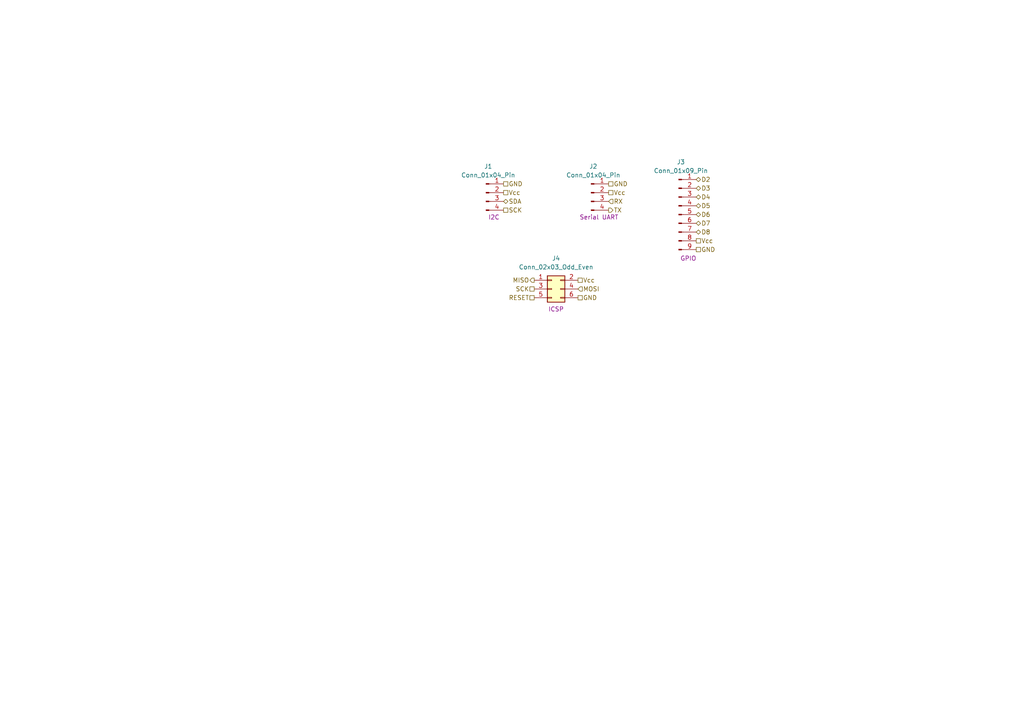
<source format=kicad_sch>
(kicad_sch (version 20231120) (generator "eeschema") (generator_version "8.0")
  (paper "A4")
  (lib_symbols
    (symbol "Connector:Conn_01x04_Pin" (pin_names (offset 1.016) hide)
      (property "Reference" "J" (at 0 5.08 0))
      (property "Value" "Conn_01x04_Pin" (at 0 -7.62 0))
      (symbol "Conn_01x04_Pin_1_1"
        (polyline (pts (xy 1.27 -5.08) (xy 0.8636 -5.08)) (stroke (width 0.1524)))
        (polyline (pts (xy 1.27 -2.54) (xy 0.8636 -2.54)) (stroke (width 0.1524)))
        (polyline (pts (xy 1.27 0) (xy 0.8636 0)) (stroke (width 0.1524)))
        (polyline (pts (xy 1.27 2.54) (xy 0.8636 2.54)) (stroke (width 0.1524)))
        (rectangle (start 0.8636 -4.953) (end 0 -5.207) (stroke (width 0.1524)) (fill (type outline)))
        (rectangle (start 0.8636 -2.413) (end 0 -2.667) (stroke (width 0.1524)) (fill (type outline)))
        (rectangle (start 0.8636 0.127) (end 0 -0.127) (stroke (width 0.1524)) (fill (type outline)))
        (rectangle (start 0.8636 2.667) (end 0 2.413) (stroke (width 0.1524)) (fill (type outline)))
        (pin passive line (at 5.08 2.54 180) (length 3.81) (name "Pin_1") (number "1"))
        (pin passive line (at 5.08 0 180) (length 3.81) (name "Pin_2") (number "2"))
        (pin passive line (at 5.08 -2.54 180) (length 3.81) (name "Pin_3") (number "3"))
        (pin passive line (at 5.08 -5.08 180) (length 3.81) (name "Pin_4") (number "4"))
      )
    )
    (symbol "Connector:Conn_01x09_Pin" (pin_names (offset 1.016) hide)
      (property "Reference" "J" (at 0 12.7 0))
      (property "Value" "Conn_01x09_Pin" (at 0 -12.7 0))
      (symbol "Conn_01x09_Pin_1_1"
        (polyline (pts (xy 1.27 -10.16) (xy 0.8636 -10.16)) (stroke (width 0.1524)))
        (polyline (pts (xy 1.27 -7.62) (xy 0.8636 -7.62)) (stroke (width 0.1524)))
        (polyline (pts (xy 1.27 -5.08) (xy 0.8636 -5.08)) (stroke (width 0.1524)))
        (polyline (pts (xy 1.27 -2.54) (xy 0.8636 -2.54)) (stroke (width 0.1524)))
        (polyline (pts (xy 1.27 0) (xy 0.8636 0)) (stroke (width 0.1524)))
        (polyline (pts (xy 1.27 2.54) (xy 0.8636 2.54)) (stroke (width 0.1524)))
        (polyline (pts (xy 1.27 5.08) (xy 0.8636 5.08)) (stroke (width 0.1524)))
        (polyline (pts (xy 1.27 7.62) (xy 0.8636 7.62)) (stroke (width 0.1524)))
        (polyline (pts (xy 1.27 10.16) (xy 0.8636 10.16)) (stroke (width 0.1524)))
        (rectangle (start 0.8636 -10.033) (end 0 -10.287) (stroke (width 0.1524)) (fill (type outline)))
        (rectangle (start 0.8636 -7.493) (end 0 -7.747) (stroke (width 0.1524)) (fill (type outline)))
        (rectangle (start 0.8636 -4.953) (end 0 -5.207) (stroke (width 0.1524)) (fill (type outline)))
        (rectangle (start 0.8636 -2.413) (end 0 -2.667) (stroke (width 0.1524)) (fill (type outline)))
        (rectangle (start 0.8636 0.127) (end 0 -0.127) (stroke (width 0.1524)) (fill (type outline)))
        (rectangle (start 0.8636 2.667) (end 0 2.413) (stroke (width 0.1524)) (fill (type outline)))
        (rectangle (start 0.8636 5.207) (end 0 4.953) (stroke (width 0.1524)) (fill (type outline)))
        (rectangle (start 0.8636 7.747) (end 0 7.493) (stroke (width 0.1524)) (fill (type outline)))
        (rectangle (start 0.8636 10.287) (end 0 10.033) (stroke (width 0.1524)) (fill (type outline)))
        (pin passive line (at 5.08 10.16 180) (length 3.81) (name "Pin_1") (number "1"))
        (pin passive line (at 5.08 7.62 180) (length 3.81) (name "Pin_2") (number "2"))
        (pin passive line (at 5.08 5.08 180) (length 3.81) (name "Pin_3") (number "3"))
        (pin passive line (at 5.08 2.54 180) (length 3.81) (name "Pin_4") (number "4"))
        (pin passive line (at 5.08 0 180) (length 3.81) (name "Pin_5") (number "5"))
        (pin passive line (at 5.08 -2.54 180) (length 3.81) (name "Pin_6") (number "6"))
        (pin passive line (at 5.08 -5.08 180) (length 3.81) (name "Pin_7") (number "7"))
        (pin passive line (at 5.08 -7.62 180) (length 3.81) (name "Pin_8") (number "8"))
        (pin passive line (at 5.08 -10.16 180) (length 3.81) (name "Pin_9") (number "9"))
      )
    )
    (symbol "Connector_Generic:Conn_02x03_Odd_Even" (pin_names (offset 1.016) hide)
      (property "Reference" "J" (at 1.27 5.08 0))
      (property "Value" "Conn_02x03_Odd_Even" (at 1.27 -5.08 0))
      (symbol "Conn_02x03_Odd_Even_1_1"
        (rectangle (start -1.27 -2.413) (end 0 -2.667) (stroke (width 0.1524)))
        (rectangle (start -1.27 0.127) (end 0 -0.127) (stroke (width 0.1524)))
        (rectangle (start -1.27 2.667) (end 0 2.413) (stroke (width 0.1524)))
        (rectangle (start -1.27 3.81) (end 3.81 -3.81) (stroke (width 0.254)) (fill (type background)))
        (rectangle (start 3.81 -2.413) (end 2.54 -2.667) (stroke (width 0.1524)))
        (rectangle (start 3.81 0.127) (end 2.54 -0.127) (stroke (width 0.1524)))
        (rectangle (start 3.81 2.667) (end 2.54 2.413) (stroke (width 0.1524)))
        (pin passive line (at -5.08 2.54 0) (length 3.81) (name "Pin_1") (number "1"))
        (pin passive line (at 7.62 2.54 180) (length 3.81) (name "Pin_2") (number "2"))
        (pin passive line (at -5.08 0 0) (length 3.81) (name "Pin_3") (number "3"))
        (pin passive line (at 7.62 0 180) (length 3.81) (name "Pin_4") (number "4"))
        (pin passive line (at -5.08 -2.54 0) (length 3.81) (name "Pin_5") (number "5"))
        (pin passive line (at 7.62 -2.54 180) (length 3.81) (name "Pin_6") (number "6"))
      )
    )
  )
  (hierarchical_label "GND" (shape passive) (at 167.64 86.36 0))
  (hierarchical_label "MISO" (shape output) (at 154.94 81.28 180))
  (hierarchical_label "SCK" (shape passive) (at 154.94 83.82 180))
  (hierarchical_label "GND" (shape passive) (at 146.05 53.34 0))
  (hierarchical_label "D4" (shape bidirectional) (at 201.93 57.15 0))
  (hierarchical_label "GND" (shape passive) (at 201.93 72.39 0))
  (hierarchical_label "D5" (shape bidirectional) (at 201.93 59.69 0))
  (hierarchical_label "Vcc" (shape passive) (at 176.53 55.88 0))
  (hierarchical_label "D7" (shape bidirectional) (at 201.93 64.77 0))
  (hierarchical_label "D3" (shape bidirectional) (at 201.93 54.61 0))
  (hierarchical_label "MOSI" (shape input) (at 167.64 83.82 0))
  (hierarchical_label "GND" (shape passive) (at 176.53 53.34 0))
  (hierarchical_label "Vcc" (shape passive) (at 146.05 55.88 0))
  (hierarchical_label "D8" (shape bidirectional) (at 201.93 67.31 0))
  (hierarchical_label "D2" (shape bidirectional) (at 201.93 52.07 0))
  (hierarchical_label "RX" (shape input) (at 176.53 58.42 0))
  (hierarchical_label "D6" (shape bidirectional) (at 201.93 62.23 0))
  (hierarchical_label "Vcc" (shape passive) (at 201.93 69.85 0))
  (hierarchical_label "SCK" (shape passive) (at 146.05 60.96 0))
  (hierarchical_label "Vcc" (shape passive) (at 167.64 81.28 0))
  (hierarchical_label "TX" (shape output) (at 176.53 60.96 0))
  (hierarchical_label "RESET" (shape passive) (at 154.94 86.36 180))
  (hierarchical_label "SDA" (shape bidirectional) (at 146.05 58.42 0))
  (symbol (lib_id "Connector:Conn_01x04_Pin") (at 140.97 55.88 0) (unit 1)
    (property "Reference" "J1" (at 141.605 48.26 0))
    (property "Value" "Conn_01x04_Pin" (at 141.605 50.8 0))
    (property "Footprint" "Connector_PinHeader_2.54mm:PinHeader_1x04_P2.54mm_Vertical" (effects (hide yes)))
    (property "Description" "I2C" (at 143.256 62.992 0))
  )
  (symbol (lib_id "Connector:Conn_01x09_Pin") (at 196.85 62.23 0) (unit 1)
    (property "Reference" "J3" (at 197.485 46.99 0))
    (property "Value" "Conn_01x09_Pin" (at 197.485 49.53 0))
    (property "Footprint" "Connector_PinHeader_2.54mm:PinHeader_1x09_P2.54mm_Vertical" (effects (hide yes)))
    (property "Description" "GPIO" (at 199.644 74.93 0))
  )
  (symbol (lib_id "Connector_Generic:Conn_02x03_Odd_Even") (at 160.02 83.82 0) (unit 1)
    (property "Reference" "J4" (at 161.29 74.93 0))
    (property "Value" "Conn_02x03_Odd_Even" (at 161.29 77.47 0))
    (property "Footprint" "Connector_PinHeader_2.54mm:PinHeader_2x03_P2.54mm_Vertical" (effects (hide yes)))
    (property "Description" "ICSP" (at 161.29 89.662 0))
  )
  (symbol (lib_id "Connector:Conn_01x04_Pin") (at 171.45 55.88 0) (unit 1)
    (property "Reference" "J2" (at 172.085 48.26 0))
    (property "Value" "Conn_01x04_Pin" (at 172.085 50.8 0))
    (property "Footprint" "Connector_PinHeader_2.54mm:PinHeader_1x04_P2.54mm_Vertical" (effects (hide yes)))
    (property "Description" "Serial UART" (at 173.736 62.992 0))
  )
)
</source>
